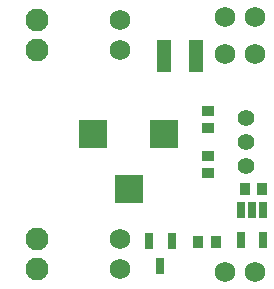
<source format=gts>
%FSLAX24Y24*%
%MOIN*%
G70*
G01*
G75*
G04 Layer_Color=8388736*
%ADD10R,0.0236X0.0512*%
%ADD11R,0.0276X0.0354*%
%ADD12R,0.0217X0.0512*%
%ADD13R,0.0354X0.0315*%
%ADD14R,0.0433X0.1024*%
%ADD15C,0.0300*%
%ADD16C,0.0200*%
%ADD17R,0.0866X0.0866*%
%ADD18C,0.0630*%
%ADD19C,0.0709*%
%ADD20C,0.0492*%
%ADD21C,0.0098*%
%ADD22C,0.0050*%
%ADD23C,0.0100*%
%ADD24C,0.0079*%
%ADD25C,0.0080*%
%ADD26C,0.0060*%
%ADD27R,0.0296X0.0572*%
%ADD28R,0.0336X0.0414*%
%ADD29R,0.0277X0.0572*%
%ADD30R,0.0414X0.0375*%
%ADD31R,0.0493X0.1084*%
%ADD32R,0.0926X0.0926*%
%ADD33C,0.0690*%
%ADD34C,0.0769*%
%ADD35C,0.0060*%
%ADD36C,0.0552*%
D27*
X16224Y11763D02*
D03*
X15476D02*
D03*
X15850Y10937D02*
D03*
D28*
X17105Y11750D02*
D03*
X17695D02*
D03*
X18655Y13500D02*
D03*
X19245D02*
D03*
D29*
X19274Y12792D02*
D03*
X18900D02*
D03*
X18526D02*
D03*
Y11808D02*
D03*
X19274D02*
D03*
D30*
X17450Y14600D02*
D03*
Y14049D02*
D03*
X17450Y15549D02*
D03*
Y16100D02*
D03*
D31*
X15969Y17950D02*
D03*
X17032D02*
D03*
D32*
X14800Y13500D02*
D03*
X13619Y15350D02*
D03*
X15981D02*
D03*
D33*
X14500Y18150D02*
D03*
Y19150D02*
D03*
X18000Y19250D02*
D03*
X19000D02*
D03*
X14500Y11850D02*
D03*
Y10850D02*
D03*
X18000Y10750D02*
D03*
X19000D02*
D03*
X18000Y18000D02*
D03*
X19000D02*
D03*
D34*
X11750Y11850D02*
D03*
Y10850D02*
D03*
Y19150D02*
D03*
Y18150D02*
D03*
D35*
X10750Y11850D02*
D03*
Y10850D02*
D03*
Y19150D02*
D03*
Y18150D02*
D03*
D36*
X18700Y14287D02*
D03*
Y15074D02*
D03*
Y15862D02*
D03*
M02*

</source>
